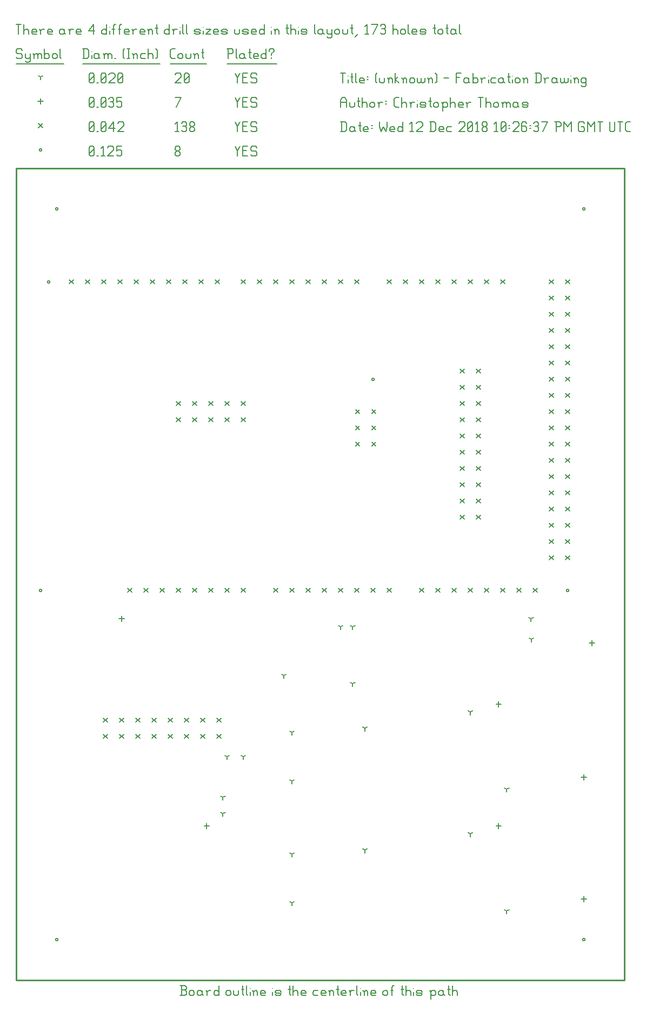
<source format=gbr>
G04 start of page 10 for group -3984 idx -3984 *
G04 Title: (unknown), fab *
G04 Creator: pcb 20140316 *
G04 CreationDate: Wed 12 Dec 2018 10:26:37 PM GMT UTC *
G04 For: thomasc *
G04 Format: Gerber/RS-274X *
G04 PCB-Dimensions (mil): 3750.00 5000.00 *
G04 PCB-Coordinate-Origin: lower left *
%MOIN*%
%FSLAX25Y25*%
%LNFAB*%
%ADD60C,0.0100*%
%ADD59C,0.0075*%
%ADD58C,0.0060*%
%ADD57R,0.0080X0.0080*%
G54D57*X349200Y25000D02*G75*G03X350800Y25000I800J0D01*G01*
G75*G03X349200Y25000I-800J0D01*G01*
Y475000D02*G75*G03X350800Y475000I800J0D01*G01*
G75*G03X349200Y475000I-800J0D01*G01*
X24200D02*G75*G03X25800Y475000I800J0D01*G01*
G75*G03X24200Y475000I-800J0D01*G01*
X14200Y240000D02*G75*G03X15800Y240000I800J0D01*G01*
G75*G03X14200Y240000I-800J0D01*G01*
X19200Y430000D02*G75*G03X20800Y430000I800J0D01*G01*
G75*G03X19200Y430000I-800J0D01*G01*
X219200Y370000D02*G75*G03X220800Y370000I800J0D01*G01*
G75*G03X219200Y370000I-800J0D01*G01*
X339200Y240000D02*G75*G03X340800Y240000I800J0D01*G01*
G75*G03X339200Y240000I-800J0D01*G01*
X24200Y25000D02*G75*G03X25800Y25000I800J0D01*G01*
G75*G03X24200Y25000I-800J0D01*G01*
X14200Y511250D02*G75*G03X15800Y511250I800J0D01*G01*
G75*G03X14200Y511250I-800J0D01*G01*
G54D58*X135000Y513500D02*X136500Y510500D01*
X138000Y513500D01*
X136500Y510500D02*Y507500D01*
X139800Y510800D02*X142050D01*
X139800Y507500D02*X142800D01*
X139800Y513500D02*Y507500D01*
Y513500D02*X142800D01*
X147600D02*X148350Y512750D01*
X145350Y513500D02*X147600D01*
X144600Y512750D02*X145350Y513500D01*
X144600Y512750D02*Y511250D01*
X145350Y510500D01*
X147600D01*
X148350Y509750D01*
Y508250D01*
X147600Y507500D02*X148350Y508250D01*
X145350Y507500D02*X147600D01*
X144600Y508250D02*X145350Y507500D01*
X98000Y508250D02*X98750Y507500D01*
X98000Y509450D02*Y508250D01*
Y509450D02*X99050Y510500D01*
X99950D01*
X101000Y509450D01*
Y508250D01*
X100250Y507500D02*X101000Y508250D01*
X98750Y507500D02*X100250D01*
X98000Y511550D02*X99050Y510500D01*
X98000Y512750D02*Y511550D01*
Y512750D02*X98750Y513500D01*
X100250D01*
X101000Y512750D01*
Y511550D01*
X99950Y510500D02*X101000Y511550D01*
X45000Y508250D02*X45750Y507500D01*
X45000Y512750D02*Y508250D01*
Y512750D02*X45750Y513500D01*
X47250D01*
X48000Y512750D01*
Y508250D01*
X47250Y507500D02*X48000Y508250D01*
X45750Y507500D02*X47250D01*
X45000Y509000D02*X48000Y512000D01*
X49800Y507500D02*X50550D01*
X52350Y512300D02*X53550Y513500D01*
Y507500D01*
X52350D02*X54600D01*
X56400Y512750D02*X57150Y513500D01*
X59400D01*
X60150Y512750D01*
Y511250D01*
X56400Y507500D02*X60150Y511250D01*
X56400Y507500D02*X60150D01*
X61950Y513500D02*X64950D01*
X61950D02*Y510500D01*
X62700Y511250D01*
X64200D01*
X64950Y510500D01*
Y508250D01*
X64200Y507500D02*X64950Y508250D01*
X62700Y507500D02*X64200D01*
X61950Y508250D02*X62700Y507500D01*
X298800Y431200D02*X301200Y428800D01*
X298800D02*X301200Y431200D01*
X258800D02*X261200Y428800D01*
X258800D02*X261200Y431200D01*
X268800D02*X271200Y428800D01*
X268800D02*X271200Y431200D01*
X278800D02*X281200Y428800D01*
X278800D02*X281200Y431200D01*
X288800D02*X291200Y428800D01*
X288800D02*X291200Y431200D01*
X248800D02*X251200Y428800D01*
X248800D02*X251200Y431200D01*
X238800D02*X241200Y428800D01*
X238800D02*X241200Y431200D01*
X228800D02*X231200Y428800D01*
X228800D02*X231200Y431200D01*
X208800D02*X211200Y428800D01*
X208800D02*X211200Y431200D01*
X168800D02*X171200Y428800D01*
X168800D02*X171200Y431200D01*
X178800D02*X181200Y428800D01*
X178800D02*X181200Y431200D01*
X188800D02*X191200Y428800D01*
X188800D02*X191200Y431200D01*
X198800D02*X201200Y428800D01*
X198800D02*X201200Y431200D01*
X158800D02*X161200Y428800D01*
X158800D02*X161200Y431200D01*
X148800D02*X151200Y428800D01*
X148800D02*X151200Y431200D01*
X138800D02*X141200Y428800D01*
X138800D02*X141200Y431200D01*
X32800D02*X35200Y428800D01*
X32800D02*X35200Y431200D01*
X72800D02*X75200Y428800D01*
X72800D02*X75200Y431200D01*
X62800D02*X65200Y428800D01*
X62800D02*X65200Y431200D01*
X52800D02*X55200Y428800D01*
X52800D02*X55200Y431200D01*
X42800D02*X45200Y428800D01*
X42800D02*X45200Y431200D01*
X82800D02*X85200Y428800D01*
X82800D02*X85200Y431200D01*
X92800D02*X95200Y428800D01*
X92800D02*X95200Y431200D01*
X102800D02*X105200Y428800D01*
X102800D02*X105200Y431200D01*
X112800D02*X115200Y428800D01*
X112800D02*X115200Y431200D01*
X122800D02*X125200Y428800D01*
X122800D02*X125200Y431200D01*
X248800Y241200D02*X251200Y238800D01*
X248800D02*X251200Y241200D01*
X288800D02*X291200Y238800D01*
X288800D02*X291200Y241200D01*
X278800D02*X281200Y238800D01*
X278800D02*X281200Y241200D01*
X268800D02*X271200Y238800D01*
X268800D02*X271200Y241200D01*
X258800D02*X261200Y238800D01*
X258800D02*X261200Y241200D01*
X298800D02*X301200Y238800D01*
X298800D02*X301200Y241200D01*
X308800D02*X311200Y238800D01*
X308800D02*X311200Y241200D01*
X318800D02*X321200Y238800D01*
X318800D02*X321200Y241200D01*
X158800D02*X161200Y238800D01*
X158800D02*X161200Y241200D01*
X198800D02*X201200Y238800D01*
X198800D02*X201200Y241200D01*
X188800D02*X191200Y238800D01*
X188800D02*X191200Y241200D01*
X178800D02*X181200Y238800D01*
X178800D02*X181200Y241200D01*
X168800D02*X171200Y238800D01*
X168800D02*X171200Y241200D01*
X208800D02*X211200Y238800D01*
X208800D02*X211200Y241200D01*
X218800D02*X221200Y238800D01*
X218800D02*X221200Y241200D01*
X228800D02*X231200Y238800D01*
X228800D02*X231200Y241200D01*
X68800D02*X71200Y238800D01*
X68800D02*X71200Y241200D01*
X108800D02*X111200Y238800D01*
X108800D02*X111200Y241200D01*
X98800D02*X101200Y238800D01*
X98800D02*X101200Y241200D01*
X88800D02*X91200Y238800D01*
X88800D02*X91200Y241200D01*
X78800D02*X81200Y238800D01*
X78800D02*X81200Y241200D01*
X118800D02*X121200Y238800D01*
X118800D02*X121200Y241200D01*
X128800D02*X131200Y238800D01*
X128800D02*X131200Y241200D01*
X138800D02*X141200Y238800D01*
X138800D02*X141200Y241200D01*
X219300Y351200D02*X221700Y348800D01*
X219300D02*X221700Y351200D01*
X219300Y341200D02*X221700Y338800D01*
X219300D02*X221700Y341200D01*
X219300Y331200D02*X221700Y328800D01*
X219300D02*X221700Y331200D01*
X209300Y351200D02*X211700Y348800D01*
X209300D02*X211700Y351200D01*
X209300Y341200D02*X211700Y338800D01*
X209300D02*X211700Y341200D01*
X209300Y331200D02*X211700Y328800D01*
X209300D02*X211700Y331200D01*
X328800Y431200D02*X331200Y428800D01*
X328800D02*X331200Y431200D01*
X338800Y421200D02*X341200Y418800D01*
X338800D02*X341200Y421200D01*
X328800D02*X331200Y418800D01*
X328800D02*X331200Y421200D01*
X338800Y411200D02*X341200Y408800D01*
X338800D02*X341200Y411200D01*
X328800D02*X331200Y408800D01*
X328800D02*X331200Y411200D01*
X338800Y401200D02*X341200Y398800D01*
X338800D02*X341200Y401200D01*
X328800D02*X331200Y398800D01*
X328800D02*X331200Y401200D01*
X338800Y391200D02*X341200Y388800D01*
X338800D02*X341200Y391200D01*
X328800D02*X331200Y388800D01*
X328800D02*X331200Y391200D01*
X338800Y381200D02*X341200Y378800D01*
X338800D02*X341200Y381200D01*
X328800D02*X331200Y378800D01*
X328800D02*X331200Y381200D01*
X338800Y371200D02*X341200Y368800D01*
X338800D02*X341200Y371200D01*
X328800D02*X331200Y368800D01*
X328800D02*X331200Y371200D01*
X338800Y361200D02*X341200Y358800D01*
X338800D02*X341200Y361200D01*
X328800D02*X331200Y358800D01*
X328800D02*X331200Y361200D01*
X338800Y351200D02*X341200Y348800D01*
X338800D02*X341200Y351200D01*
X328800D02*X331200Y348800D01*
X328800D02*X331200Y351200D01*
X338800Y341200D02*X341200Y338800D01*
X338800D02*X341200Y341200D01*
X328800D02*X331200Y338800D01*
X328800D02*X331200Y341200D01*
X338800Y331200D02*X341200Y328800D01*
X338800D02*X341200Y331200D01*
X328800D02*X331200Y328800D01*
X328800D02*X331200Y331200D01*
X338800Y321200D02*X341200Y318800D01*
X338800D02*X341200Y321200D01*
X328800D02*X331200Y318800D01*
X328800D02*X331200Y321200D01*
X338800Y311200D02*X341200Y308800D01*
X338800D02*X341200Y311200D01*
X328800D02*X331200Y308800D01*
X328800D02*X331200Y311200D01*
X338800Y301200D02*X341200Y298800D01*
X338800D02*X341200Y301200D01*
X328800D02*X331200Y298800D01*
X328800D02*X331200Y301200D01*
X338800Y291200D02*X341200Y288800D01*
X338800D02*X341200Y291200D01*
X328800D02*X331200Y288800D01*
X328800D02*X331200Y291200D01*
X338800Y281200D02*X341200Y278800D01*
X338800D02*X341200Y281200D01*
X328800D02*X331200Y278800D01*
X328800D02*X331200Y281200D01*
X338800Y271200D02*X341200Y268800D01*
X338800D02*X341200Y271200D01*
X328800D02*X331200Y268800D01*
X328800D02*X331200Y271200D01*
X338800Y261200D02*X341200Y258800D01*
X338800D02*X341200Y261200D01*
X328800D02*X331200Y258800D01*
X328800D02*X331200Y261200D01*
X338800Y431200D02*X341200Y428800D01*
X338800D02*X341200Y431200D01*
X273800Y286200D02*X276200Y283800D01*
X273800D02*X276200Y286200D01*
X283800D02*X286200Y283800D01*
X283800D02*X286200Y286200D01*
X273800Y296200D02*X276200Y293800D01*
X273800D02*X276200Y296200D01*
X283800D02*X286200Y293800D01*
X283800D02*X286200Y296200D01*
X273800Y306200D02*X276200Y303800D01*
X273800D02*X276200Y306200D01*
X283800D02*X286200Y303800D01*
X283800D02*X286200Y306200D01*
X273800Y316200D02*X276200Y313800D01*
X273800D02*X276200Y316200D01*
X283800D02*X286200Y313800D01*
X283800D02*X286200Y316200D01*
X273800Y326200D02*X276200Y323800D01*
X273800D02*X276200Y326200D01*
X283800D02*X286200Y323800D01*
X283800D02*X286200Y326200D01*
X273800Y336200D02*X276200Y333800D01*
X273800D02*X276200Y336200D01*
X283800D02*X286200Y333800D01*
X283800D02*X286200Y336200D01*
X273800Y346200D02*X276200Y343800D01*
X273800D02*X276200Y346200D01*
X283800D02*X286200Y343800D01*
X283800D02*X286200Y346200D01*
X273800Y356200D02*X276200Y353800D01*
X273800D02*X276200Y356200D01*
X283800D02*X286200Y353800D01*
X283800D02*X286200Y356200D01*
X273800Y366200D02*X276200Y363800D01*
X273800D02*X276200Y366200D01*
X283800D02*X286200Y363800D01*
X283800D02*X286200Y366200D01*
X273800Y376200D02*X276200Y373800D01*
X273800D02*X276200Y376200D01*
X283800D02*X286200Y373800D01*
X283800D02*X286200Y376200D01*
X138800Y346200D02*X141200Y343800D01*
X138800D02*X141200Y346200D01*
X138800Y356200D02*X141200Y353800D01*
X138800D02*X141200Y356200D01*
X128800Y346200D02*X131200Y343800D01*
X128800D02*X131200Y346200D01*
X128800Y356200D02*X131200Y353800D01*
X128800D02*X131200Y356200D01*
X118800Y346200D02*X121200Y343800D01*
X118800D02*X121200Y346200D01*
X118800Y356200D02*X121200Y353800D01*
X118800D02*X121200Y356200D01*
X108800Y346200D02*X111200Y343800D01*
X108800D02*X111200Y346200D01*
X108800Y356200D02*X111200Y353800D01*
X108800D02*X111200Y356200D01*
X98800Y346200D02*X101200Y343800D01*
X98800D02*X101200Y346200D01*
X98800Y356200D02*X101200Y353800D01*
X98800D02*X101200Y356200D01*
X53800Y161200D02*X56200Y158800D01*
X53800D02*X56200Y161200D01*
X53800Y151200D02*X56200Y148800D01*
X53800D02*X56200Y151200D01*
X63800Y161200D02*X66200Y158800D01*
X63800D02*X66200Y161200D01*
X63800Y151200D02*X66200Y148800D01*
X63800D02*X66200Y151200D01*
X73800Y161200D02*X76200Y158800D01*
X73800D02*X76200Y161200D01*
X73800Y151200D02*X76200Y148800D01*
X73800D02*X76200Y151200D01*
X83800Y161200D02*X86200Y158800D01*
X83800D02*X86200Y161200D01*
X83800Y151200D02*X86200Y148800D01*
X83800D02*X86200Y151200D01*
X93800Y161200D02*X96200Y158800D01*
X93800D02*X96200Y161200D01*
X93800Y151200D02*X96200Y148800D01*
X93800D02*X96200Y151200D01*
X103800Y161200D02*X106200Y158800D01*
X103800D02*X106200Y161200D01*
X103800Y151200D02*X106200Y148800D01*
X103800D02*X106200Y151200D01*
X113800Y161200D02*X116200Y158800D01*
X113800D02*X116200Y161200D01*
X113800Y151200D02*X116200Y148800D01*
X113800D02*X116200Y151200D01*
X123800Y161200D02*X126200Y158800D01*
X123800D02*X126200Y161200D01*
X123800Y151200D02*X126200Y148800D01*
X123800D02*X126200Y151200D01*
X13800Y527450D02*X16200Y525050D01*
X13800D02*X16200Y527450D01*
X135000Y528500D02*X136500Y525500D01*
X138000Y528500D01*
X136500Y525500D02*Y522500D01*
X139800Y525800D02*X142050D01*
X139800Y522500D02*X142800D01*
X139800Y528500D02*Y522500D01*
Y528500D02*X142800D01*
X147600D02*X148350Y527750D01*
X145350Y528500D02*X147600D01*
X144600Y527750D02*X145350Y528500D01*
X144600Y527750D02*Y526250D01*
X145350Y525500D01*
X147600D01*
X148350Y524750D01*
Y523250D01*
X147600Y522500D02*X148350Y523250D01*
X145350Y522500D02*X147600D01*
X144600Y523250D02*X145350Y522500D01*
X98000Y527300D02*X99200Y528500D01*
Y522500D01*
X98000D02*X100250D01*
X102050Y527750D02*X102800Y528500D01*
X104300D01*
X105050Y527750D01*
X104300Y522500D02*X105050Y523250D01*
X102800Y522500D02*X104300D01*
X102050Y523250D02*X102800Y522500D01*
Y525800D02*X104300D01*
X105050Y527750D02*Y526550D01*
Y525050D02*Y523250D01*
Y525050D02*X104300Y525800D01*
X105050Y526550D02*X104300Y525800D01*
X106850Y523250D02*X107600Y522500D01*
X106850Y524450D02*Y523250D01*
Y524450D02*X107900Y525500D01*
X108800D01*
X109850Y524450D01*
Y523250D01*
X109100Y522500D02*X109850Y523250D01*
X107600Y522500D02*X109100D01*
X106850Y526550D02*X107900Y525500D01*
X106850Y527750D02*Y526550D01*
Y527750D02*X107600Y528500D01*
X109100D01*
X109850Y527750D01*
Y526550D01*
X108800Y525500D02*X109850Y526550D01*
X45000Y523250D02*X45750Y522500D01*
X45000Y527750D02*Y523250D01*
Y527750D02*X45750Y528500D01*
X47250D01*
X48000Y527750D01*
Y523250D01*
X47250Y522500D02*X48000Y523250D01*
X45750Y522500D02*X47250D01*
X45000Y524000D02*X48000Y527000D01*
X49800Y522500D02*X50550D01*
X52350Y523250D02*X53100Y522500D01*
X52350Y527750D02*Y523250D01*
Y527750D02*X53100Y528500D01*
X54600D01*
X55350Y527750D01*
Y523250D01*
X54600Y522500D02*X55350Y523250D01*
X53100Y522500D02*X54600D01*
X52350Y524000D02*X55350Y527000D01*
X57150Y524750D02*X60150Y528500D01*
X57150Y524750D02*X60900D01*
X60150Y528500D02*Y522500D01*
X62700Y527750D02*X63450Y528500D01*
X65700D01*
X66450Y527750D01*
Y526250D01*
X62700Y522500D02*X66450Y526250D01*
X62700Y522500D02*X66450D01*
X297500Y96600D02*Y93400D01*
X295900Y95000D02*X299100D01*
X350000Y51600D02*Y48400D01*
X348400Y50000D02*X351600D01*
X117500Y96600D02*Y93400D01*
X115900Y95000D02*X119100D01*
X297500Y171600D02*Y168400D01*
X295900Y170000D02*X299100D01*
X350000Y126600D02*Y123400D01*
X348400Y125000D02*X351600D01*
X355000Y209100D02*Y205900D01*
X353400Y207500D02*X356600D01*
X65000Y224100D02*Y220900D01*
X63400Y222500D02*X66600D01*
X15000Y542850D02*Y539650D01*
X13400Y541250D02*X16600D01*
X135000Y543500D02*X136500Y540500D01*
X138000Y543500D01*
X136500Y540500D02*Y537500D01*
X139800Y540800D02*X142050D01*
X139800Y537500D02*X142800D01*
X139800Y543500D02*Y537500D01*
Y543500D02*X142800D01*
X147600D02*X148350Y542750D01*
X145350Y543500D02*X147600D01*
X144600Y542750D02*X145350Y543500D01*
X144600Y542750D02*Y541250D01*
X145350Y540500D01*
X147600D01*
X148350Y539750D01*
Y538250D01*
X147600Y537500D02*X148350Y538250D01*
X145350Y537500D02*X147600D01*
X144600Y538250D02*X145350Y537500D01*
X98750D02*X101750Y543500D01*
X98000D02*X101750D01*
X45000Y538250D02*X45750Y537500D01*
X45000Y542750D02*Y538250D01*
Y542750D02*X45750Y543500D01*
X47250D01*
X48000Y542750D01*
Y538250D01*
X47250Y537500D02*X48000Y538250D01*
X45750Y537500D02*X47250D01*
X45000Y539000D02*X48000Y542000D01*
X49800Y537500D02*X50550D01*
X52350Y538250D02*X53100Y537500D01*
X52350Y542750D02*Y538250D01*
Y542750D02*X53100Y543500D01*
X54600D01*
X55350Y542750D01*
Y538250D01*
X54600Y537500D02*X55350Y538250D01*
X53100Y537500D02*X54600D01*
X52350Y539000D02*X55350Y542000D01*
X57150Y542750D02*X57900Y543500D01*
X59400D01*
X60150Y542750D01*
X59400Y537500D02*X60150Y538250D01*
X57900Y537500D02*X59400D01*
X57150Y538250D02*X57900Y537500D01*
Y540800D02*X59400D01*
X60150Y542750D02*Y541550D01*
Y540050D02*Y538250D01*
Y540050D02*X59400Y540800D01*
X60150Y541550D02*X59400Y540800D01*
X61950Y543500D02*X64950D01*
X61950D02*Y540500D01*
X62700Y541250D01*
X64200D01*
X64950Y540500D01*
Y538250D01*
X64200Y537500D02*X64950Y538250D01*
X62700Y537500D02*X64200D01*
X61950Y538250D02*X62700Y537500D01*
X170000Y77500D02*Y75900D01*
Y77500D02*X171387Y78300D01*
X170000Y77500D02*X168613Y78300D01*
X170000Y47500D02*Y45900D01*
Y47500D02*X171387Y48300D01*
X170000Y47500D02*X168613Y48300D01*
X280000Y90000D02*Y88400D01*
Y90000D02*X281387Y90800D01*
X280000Y90000D02*X278613Y90800D01*
X302500Y42500D02*Y40900D01*
Y42500D02*X303887Y43300D01*
X302500Y42500D02*X301113Y43300D01*
X215000Y80000D02*Y78400D01*
Y80000D02*X216387Y80800D01*
X215000Y80000D02*X213613Y80800D01*
X170000Y152500D02*Y150900D01*
Y152500D02*X171387Y153300D01*
X170000Y152500D02*X168613Y153300D01*
X170000Y122500D02*Y120900D01*
Y122500D02*X171387Y123300D01*
X170000Y122500D02*X168613Y123300D01*
X280000Y165000D02*Y163400D01*
Y165000D02*X281387Y165800D01*
X280000Y165000D02*X278613Y165800D01*
X302500Y117500D02*Y115900D01*
Y117500D02*X303887Y118300D01*
X302500Y117500D02*X301113Y118300D01*
X215000Y155000D02*Y153400D01*
Y155000D02*X216387Y155800D01*
X215000Y155000D02*X213613Y155800D01*
X127500Y102500D02*Y100900D01*
Y102500D02*X128887Y103300D01*
X127500Y102500D02*X126113Y103300D01*
X127500Y112500D02*Y110900D01*
Y112500D02*X128887Y113300D01*
X127500Y112500D02*X126113Y113300D01*
X140000Y137500D02*Y135900D01*
Y137500D02*X141387Y138300D01*
X140000Y137500D02*X138613Y138300D01*
X130000Y137500D02*Y135900D01*
Y137500D02*X131387Y138300D01*
X130000Y137500D02*X128613Y138300D01*
X165000Y187500D02*Y185900D01*
Y187500D02*X166387Y188300D01*
X165000Y187500D02*X163613Y188300D01*
X207500Y182500D02*Y180900D01*
Y182500D02*X208887Y183300D01*
X207500Y182500D02*X206113Y183300D01*
X317500Y222500D02*Y220900D01*
Y222500D02*X318887Y223300D01*
X317500Y222500D02*X316113Y223300D01*
X317674Y209826D02*Y208226D01*
Y209826D02*X319061Y210626D01*
X317674Y209826D02*X316288Y210626D01*
X207500Y217500D02*Y215900D01*
Y217500D02*X208887Y218300D01*
X207500Y217500D02*X206113Y218300D01*
X200000Y217500D02*Y215900D01*
Y217500D02*X201387Y218300D01*
X200000Y217500D02*X198613Y218300D01*
X15000Y556250D02*Y554650D01*
Y556250D02*X16387Y557050D01*
X15000Y556250D02*X13613Y557050D01*
X135000Y558500D02*X136500Y555500D01*
X138000Y558500D01*
X136500Y555500D02*Y552500D01*
X139800Y555800D02*X142050D01*
X139800Y552500D02*X142800D01*
X139800Y558500D02*Y552500D01*
Y558500D02*X142800D01*
X147600D02*X148350Y557750D01*
X145350Y558500D02*X147600D01*
X144600Y557750D02*X145350Y558500D01*
X144600Y557750D02*Y556250D01*
X145350Y555500D01*
X147600D01*
X148350Y554750D01*
Y553250D01*
X147600Y552500D02*X148350Y553250D01*
X145350Y552500D02*X147600D01*
X144600Y553250D02*X145350Y552500D01*
X98000Y557750D02*X98750Y558500D01*
X101000D01*
X101750Y557750D01*
Y556250D01*
X98000Y552500D02*X101750Y556250D01*
X98000Y552500D02*X101750D01*
X103550Y553250D02*X104300Y552500D01*
X103550Y557750D02*Y553250D01*
Y557750D02*X104300Y558500D01*
X105800D01*
X106550Y557750D01*
Y553250D01*
X105800Y552500D02*X106550Y553250D01*
X104300Y552500D02*X105800D01*
X103550Y554000D02*X106550Y557000D01*
X45000Y553250D02*X45750Y552500D01*
X45000Y557750D02*Y553250D01*
Y557750D02*X45750Y558500D01*
X47250D01*
X48000Y557750D01*
Y553250D01*
X47250Y552500D02*X48000Y553250D01*
X45750Y552500D02*X47250D01*
X45000Y554000D02*X48000Y557000D01*
X49800Y552500D02*X50550D01*
X52350Y553250D02*X53100Y552500D01*
X52350Y557750D02*Y553250D01*
Y557750D02*X53100Y558500D01*
X54600D01*
X55350Y557750D01*
Y553250D01*
X54600Y552500D02*X55350Y553250D01*
X53100Y552500D02*X54600D01*
X52350Y554000D02*X55350Y557000D01*
X57150Y557750D02*X57900Y558500D01*
X60150D01*
X60900Y557750D01*
Y556250D01*
X57150Y552500D02*X60900Y556250D01*
X57150Y552500D02*X60900D01*
X62700Y553250D02*X63450Y552500D01*
X62700Y557750D02*Y553250D01*
Y557750D02*X63450Y558500D01*
X64950D01*
X65700Y557750D01*
Y553250D01*
X64950Y552500D02*X65700Y553250D01*
X63450Y552500D02*X64950D01*
X62700Y554000D02*X65700Y557000D01*
X3000Y573500D02*X3750Y572750D01*
X750Y573500D02*X3000D01*
X0Y572750D02*X750Y573500D01*
X0Y572750D02*Y571250D01*
X750Y570500D01*
X3000D01*
X3750Y569750D01*
Y568250D01*
X3000Y567500D02*X3750Y568250D01*
X750Y567500D02*X3000D01*
X0Y568250D02*X750Y567500D01*
X5550Y570500D02*Y568250D01*
X6300Y567500D01*
X8550Y570500D02*Y566000D01*
X7800Y565250D02*X8550Y566000D01*
X6300Y565250D02*X7800D01*
X5550Y566000D02*X6300Y565250D01*
Y567500D02*X7800D01*
X8550Y568250D01*
X11100Y569750D02*Y567500D01*
Y569750D02*X11850Y570500D01*
X12600D01*
X13350Y569750D01*
Y567500D01*
Y569750D02*X14100Y570500D01*
X14850D01*
X15600Y569750D01*
Y567500D01*
X10350Y570500D02*X11100Y569750D01*
X17400Y573500D02*Y567500D01*
Y568250D02*X18150Y567500D01*
X19650D01*
X20400Y568250D01*
Y569750D02*Y568250D01*
X19650Y570500D02*X20400Y569750D01*
X18150Y570500D02*X19650D01*
X17400Y569750D02*X18150Y570500D01*
X22200Y569750D02*Y568250D01*
Y569750D02*X22950Y570500D01*
X24450D01*
X25200Y569750D01*
Y568250D01*
X24450Y567500D02*X25200Y568250D01*
X22950Y567500D02*X24450D01*
X22200Y568250D02*X22950Y567500D01*
X27000Y573500D02*Y568250D01*
X27750Y567500D01*
X0Y564250D02*X29250D01*
X41750Y573500D02*Y567500D01*
X43700Y573500D02*X44750Y572450D01*
Y568550D01*
X43700Y567500D02*X44750Y568550D01*
X41000Y567500D02*X43700D01*
X41000Y573500D02*X43700D01*
G54D59*X46550Y572000D02*Y571850D01*
G54D58*Y569750D02*Y567500D01*
X50300Y570500D02*X51050Y569750D01*
X48800Y570500D02*X50300D01*
X48050Y569750D02*X48800Y570500D01*
X48050Y569750D02*Y568250D01*
X48800Y567500D01*
X51050Y570500D02*Y568250D01*
X51800Y567500D01*
X48800D02*X50300D01*
X51050Y568250D01*
X54350Y569750D02*Y567500D01*
Y569750D02*X55100Y570500D01*
X55850D01*
X56600Y569750D01*
Y567500D01*
Y569750D02*X57350Y570500D01*
X58100D01*
X58850Y569750D01*
Y567500D01*
X53600Y570500D02*X54350Y569750D01*
X60650Y567500D02*X61400D01*
X65900Y568250D02*X66650Y567500D01*
X65900Y572750D02*X66650Y573500D01*
X65900Y572750D02*Y568250D01*
X68450Y573500D02*X69950D01*
X69200D02*Y567500D01*
X68450D02*X69950D01*
X72500Y569750D02*Y567500D01*
Y569750D02*X73250Y570500D01*
X74000D01*
X74750Y569750D01*
Y567500D01*
X71750Y570500D02*X72500Y569750D01*
X77300Y570500D02*X79550D01*
X76550Y569750D02*X77300Y570500D01*
X76550Y569750D02*Y568250D01*
X77300Y567500D01*
X79550D01*
X81350Y573500D02*Y567500D01*
Y569750D02*X82100Y570500D01*
X83600D01*
X84350Y569750D01*
Y567500D01*
X86150Y573500D02*X86900Y572750D01*
Y568250D01*
X86150Y567500D02*X86900Y568250D01*
X41000Y564250D02*X88700D01*
X96050Y567500D02*X98000D01*
X95000Y568550D02*X96050Y567500D01*
X95000Y572450D02*Y568550D01*
Y572450D02*X96050Y573500D01*
X98000D01*
X99800Y569750D02*Y568250D01*
Y569750D02*X100550Y570500D01*
X102050D01*
X102800Y569750D01*
Y568250D01*
X102050Y567500D02*X102800Y568250D01*
X100550Y567500D02*X102050D01*
X99800Y568250D02*X100550Y567500D01*
X104600Y570500D02*Y568250D01*
X105350Y567500D01*
X106850D01*
X107600Y568250D01*
Y570500D02*Y568250D01*
X110150Y569750D02*Y567500D01*
Y569750D02*X110900Y570500D01*
X111650D01*
X112400Y569750D01*
Y567500D01*
X109400Y570500D02*X110150Y569750D01*
X114950Y573500D02*Y568250D01*
X115700Y567500D01*
X114200Y571250D02*X115700D01*
X95000Y564250D02*X117200D01*
X130750Y573500D02*Y567500D01*
X130000Y573500D02*X133000D01*
X133750Y572750D01*
Y571250D01*
X133000Y570500D02*X133750Y571250D01*
X130750Y570500D02*X133000D01*
X135550Y573500D02*Y568250D01*
X136300Y567500D01*
X140050Y570500D02*X140800Y569750D01*
X138550Y570500D02*X140050D01*
X137800Y569750D02*X138550Y570500D01*
X137800Y569750D02*Y568250D01*
X138550Y567500D01*
X140800Y570500D02*Y568250D01*
X141550Y567500D01*
X138550D02*X140050D01*
X140800Y568250D01*
X144100Y573500D02*Y568250D01*
X144850Y567500D01*
X143350Y571250D02*X144850D01*
X147100Y567500D02*X149350D01*
X146350Y568250D02*X147100Y567500D01*
X146350Y569750D02*Y568250D01*
Y569750D02*X147100Y570500D01*
X148600D01*
X149350Y569750D01*
X146350Y569000D02*X149350D01*
Y569750D02*Y569000D01*
X154150Y573500D02*Y567500D01*
X153400D02*X154150Y568250D01*
X151900Y567500D02*X153400D01*
X151150Y568250D02*X151900Y567500D01*
X151150Y569750D02*Y568250D01*
Y569750D02*X151900Y570500D01*
X153400D01*
X154150Y569750D01*
X157450Y570500D02*Y569750D01*
Y568250D02*Y567500D01*
X155950Y572750D02*Y572000D01*
Y572750D02*X156700Y573500D01*
X158200D01*
X158950Y572750D01*
Y572000D01*
X157450Y570500D02*X158950Y572000D01*
X130000Y564250D02*X160750D01*
X0Y588500D02*X3000D01*
X1500D02*Y582500D01*
X4800Y588500D02*Y582500D01*
Y584750D02*X5550Y585500D01*
X7050D01*
X7800Y584750D01*
Y582500D01*
X10350D02*X12600D01*
X9600Y583250D02*X10350Y582500D01*
X9600Y584750D02*Y583250D01*
Y584750D02*X10350Y585500D01*
X11850D01*
X12600Y584750D01*
X9600Y584000D02*X12600D01*
Y584750D02*Y584000D01*
X15150Y584750D02*Y582500D01*
Y584750D02*X15900Y585500D01*
X17400D01*
X14400D02*X15150Y584750D01*
X19950Y582500D02*X22200D01*
X19200Y583250D02*X19950Y582500D01*
X19200Y584750D02*Y583250D01*
Y584750D02*X19950Y585500D01*
X21450D01*
X22200Y584750D01*
X19200Y584000D02*X22200D01*
Y584750D02*Y584000D01*
X28950Y585500D02*X29700Y584750D01*
X27450Y585500D02*X28950D01*
X26700Y584750D02*X27450Y585500D01*
X26700Y584750D02*Y583250D01*
X27450Y582500D01*
X29700Y585500D02*Y583250D01*
X30450Y582500D01*
X27450D02*X28950D01*
X29700Y583250D01*
X33000Y584750D02*Y582500D01*
Y584750D02*X33750Y585500D01*
X35250D01*
X32250D02*X33000Y584750D01*
X37800Y582500D02*X40050D01*
X37050Y583250D02*X37800Y582500D01*
X37050Y584750D02*Y583250D01*
Y584750D02*X37800Y585500D01*
X39300D01*
X40050Y584750D01*
X37050Y584000D02*X40050D01*
Y584750D02*Y584000D01*
X44550Y584750D02*X47550Y588500D01*
X44550Y584750D02*X48300D01*
X47550Y588500D02*Y582500D01*
X55800Y588500D02*Y582500D01*
X55050D02*X55800Y583250D01*
X53550Y582500D02*X55050D01*
X52800Y583250D02*X53550Y582500D01*
X52800Y584750D02*Y583250D01*
Y584750D02*X53550Y585500D01*
X55050D01*
X55800Y584750D01*
G54D59*X57600Y587000D02*Y586850D01*
G54D58*Y584750D02*Y582500D01*
X59850Y587750D02*Y582500D01*
Y587750D02*X60600Y588500D01*
X61350D01*
X59100Y585500D02*X60600D01*
X63600Y587750D02*Y582500D01*
Y587750D02*X64350Y588500D01*
X65100D01*
X62850Y585500D02*X64350D01*
X67350Y582500D02*X69600D01*
X66600Y583250D02*X67350Y582500D01*
X66600Y584750D02*Y583250D01*
Y584750D02*X67350Y585500D01*
X68850D01*
X69600Y584750D01*
X66600Y584000D02*X69600D01*
Y584750D02*Y584000D01*
X72150Y584750D02*Y582500D01*
Y584750D02*X72900Y585500D01*
X74400D01*
X71400D02*X72150Y584750D01*
X76950Y582500D02*X79200D01*
X76200Y583250D02*X76950Y582500D01*
X76200Y584750D02*Y583250D01*
Y584750D02*X76950Y585500D01*
X78450D01*
X79200Y584750D01*
X76200Y584000D02*X79200D01*
Y584750D02*Y584000D01*
X81750Y584750D02*Y582500D01*
Y584750D02*X82500Y585500D01*
X83250D01*
X84000Y584750D01*
Y582500D01*
X81000Y585500D02*X81750Y584750D01*
X86550Y588500D02*Y583250D01*
X87300Y582500D01*
X85800Y586250D02*X87300D01*
X94500Y588500D02*Y582500D01*
X93750D02*X94500Y583250D01*
X92250Y582500D02*X93750D01*
X91500Y583250D02*X92250Y582500D01*
X91500Y584750D02*Y583250D01*
Y584750D02*X92250Y585500D01*
X93750D01*
X94500Y584750D01*
X97050D02*Y582500D01*
Y584750D02*X97800Y585500D01*
X99300D01*
X96300D02*X97050Y584750D01*
G54D59*X101100Y587000D02*Y586850D01*
G54D58*Y584750D02*Y582500D01*
X102600Y588500D02*Y583250D01*
X103350Y582500D01*
X104850Y588500D02*Y583250D01*
X105600Y582500D01*
X110550D02*X112800D01*
X113550Y583250D01*
X112800Y584000D02*X113550Y583250D01*
X110550Y584000D02*X112800D01*
X109800Y584750D02*X110550Y584000D01*
X109800Y584750D02*X110550Y585500D01*
X112800D01*
X113550Y584750D01*
X109800Y583250D02*X110550Y582500D01*
G54D59*X115350Y587000D02*Y586850D01*
G54D58*Y584750D02*Y582500D01*
X116850Y585500D02*X119850D01*
X116850Y582500D02*X119850Y585500D01*
X116850Y582500D02*X119850D01*
X122400D02*X124650D01*
X121650Y583250D02*X122400Y582500D01*
X121650Y584750D02*Y583250D01*
Y584750D02*X122400Y585500D01*
X123900D01*
X124650Y584750D01*
X121650Y584000D02*X124650D01*
Y584750D02*Y584000D01*
X127200Y582500D02*X129450D01*
X130200Y583250D01*
X129450Y584000D02*X130200Y583250D01*
X127200Y584000D02*X129450D01*
X126450Y584750D02*X127200Y584000D01*
X126450Y584750D02*X127200Y585500D01*
X129450D01*
X130200Y584750D01*
X126450Y583250D02*X127200Y582500D01*
X134700Y585500D02*Y583250D01*
X135450Y582500D01*
X136950D01*
X137700Y583250D01*
Y585500D02*Y583250D01*
X140250Y582500D02*X142500D01*
X143250Y583250D01*
X142500Y584000D02*X143250Y583250D01*
X140250Y584000D02*X142500D01*
X139500Y584750D02*X140250Y584000D01*
X139500Y584750D02*X140250Y585500D01*
X142500D01*
X143250Y584750D01*
X139500Y583250D02*X140250Y582500D01*
X145800D02*X148050D01*
X145050Y583250D02*X145800Y582500D01*
X145050Y584750D02*Y583250D01*
Y584750D02*X145800Y585500D01*
X147300D01*
X148050Y584750D01*
X145050Y584000D02*X148050D01*
Y584750D02*Y584000D01*
X152850Y588500D02*Y582500D01*
X152100D02*X152850Y583250D01*
X150600Y582500D02*X152100D01*
X149850Y583250D02*X150600Y582500D01*
X149850Y584750D02*Y583250D01*
Y584750D02*X150600Y585500D01*
X152100D01*
X152850Y584750D01*
G54D59*X157350Y587000D02*Y586850D01*
G54D58*Y584750D02*Y582500D01*
X159600Y584750D02*Y582500D01*
Y584750D02*X160350Y585500D01*
X161100D01*
X161850Y584750D01*
Y582500D01*
X158850Y585500D02*X159600Y584750D01*
X167100Y588500D02*Y583250D01*
X167850Y582500D01*
X166350Y586250D02*X167850D01*
X169350Y588500D02*Y582500D01*
Y584750D02*X170100Y585500D01*
X171600D01*
X172350Y584750D01*
Y582500D01*
G54D59*X174150Y587000D02*Y586850D01*
G54D58*Y584750D02*Y582500D01*
X176400D02*X178650D01*
X179400Y583250D01*
X178650Y584000D02*X179400Y583250D01*
X176400Y584000D02*X178650D01*
X175650Y584750D02*X176400Y584000D01*
X175650Y584750D02*X176400Y585500D01*
X178650D01*
X179400Y584750D01*
X175650Y583250D02*X176400Y582500D01*
X183900Y588500D02*Y583250D01*
X184650Y582500D01*
X188400Y585500D02*X189150Y584750D01*
X186900Y585500D02*X188400D01*
X186150Y584750D02*X186900Y585500D01*
X186150Y584750D02*Y583250D01*
X186900Y582500D01*
X189150Y585500D02*Y583250D01*
X189900Y582500D01*
X186900D02*X188400D01*
X189150Y583250D01*
X191700Y585500D02*Y583250D01*
X192450Y582500D01*
X194700Y585500D02*Y581000D01*
X193950Y580250D02*X194700Y581000D01*
X192450Y580250D02*X193950D01*
X191700Y581000D02*X192450Y580250D01*
Y582500D02*X193950D01*
X194700Y583250D01*
X196500Y584750D02*Y583250D01*
Y584750D02*X197250Y585500D01*
X198750D01*
X199500Y584750D01*
Y583250D01*
X198750Y582500D02*X199500Y583250D01*
X197250Y582500D02*X198750D01*
X196500Y583250D02*X197250Y582500D01*
X201300Y585500D02*Y583250D01*
X202050Y582500D01*
X203550D01*
X204300Y583250D01*
Y585500D02*Y583250D01*
X206850Y588500D02*Y583250D01*
X207600Y582500D01*
X206100Y586250D02*X207600D01*
X209100Y581000D02*X210600Y582500D01*
X215100Y587300D02*X216300Y588500D01*
Y582500D01*
X215100D02*X217350D01*
X219900D02*X222900Y588500D01*
X219150D02*X222900D01*
X224700Y587750D02*X225450Y588500D01*
X226950D01*
X227700Y587750D01*
X226950Y582500D02*X227700Y583250D01*
X225450Y582500D02*X226950D01*
X224700Y583250D02*X225450Y582500D01*
Y585800D02*X226950D01*
X227700Y587750D02*Y586550D01*
Y585050D02*Y583250D01*
Y585050D02*X226950Y585800D01*
X227700Y586550D02*X226950Y585800D01*
X232200Y588500D02*Y582500D01*
Y584750D02*X232950Y585500D01*
X234450D01*
X235200Y584750D01*
Y582500D01*
X237000Y584750D02*Y583250D01*
Y584750D02*X237750Y585500D01*
X239250D01*
X240000Y584750D01*
Y583250D01*
X239250Y582500D02*X240000Y583250D01*
X237750Y582500D02*X239250D01*
X237000Y583250D02*X237750Y582500D01*
X241800Y588500D02*Y583250D01*
X242550Y582500D01*
X244800D02*X247050D01*
X244050Y583250D02*X244800Y582500D01*
X244050Y584750D02*Y583250D01*
Y584750D02*X244800Y585500D01*
X246300D01*
X247050Y584750D01*
X244050Y584000D02*X247050D01*
Y584750D02*Y584000D01*
X249600Y582500D02*X251850D01*
X252600Y583250D01*
X251850Y584000D02*X252600Y583250D01*
X249600Y584000D02*X251850D01*
X248850Y584750D02*X249600Y584000D01*
X248850Y584750D02*X249600Y585500D01*
X251850D01*
X252600Y584750D01*
X248850Y583250D02*X249600Y582500D01*
X257850Y588500D02*Y583250D01*
X258600Y582500D01*
X257100Y586250D02*X258600D01*
X260100Y584750D02*Y583250D01*
Y584750D02*X260850Y585500D01*
X262350D01*
X263100Y584750D01*
Y583250D01*
X262350Y582500D02*X263100Y583250D01*
X260850Y582500D02*X262350D01*
X260100Y583250D02*X260850Y582500D01*
X265650Y588500D02*Y583250D01*
X266400Y582500D01*
X264900Y586250D02*X266400D01*
X270150Y585500D02*X270900Y584750D01*
X268650Y585500D02*X270150D01*
X267900Y584750D02*X268650Y585500D01*
X267900Y584750D02*Y583250D01*
X268650Y582500D01*
X270900Y585500D02*Y583250D01*
X271650Y582500D01*
X268650D02*X270150D01*
X270900Y583250D01*
X273450Y588500D02*Y583250D01*
X274200Y582500D01*
G54D60*X0Y500000D02*X375000D01*
Y0D02*X0D01*
Y500000D01*
X375000Y0D02*Y500000D01*
G54D58*X101175Y-9500D02*X104175D01*
X104925Y-8750D01*
Y-6950D02*Y-8750D01*
X104175Y-6200D02*X104925Y-6950D01*
X101925Y-6200D02*X104175D01*
X101925Y-3500D02*Y-9500D01*
X101175Y-3500D02*X104175D01*
X104925Y-4250D01*
Y-5450D01*
X104175Y-6200D02*X104925Y-5450D01*
X106725Y-7250D02*Y-8750D01*
Y-7250D02*X107475Y-6500D01*
X108975D01*
X109725Y-7250D01*
Y-8750D01*
X108975Y-9500D02*X109725Y-8750D01*
X107475Y-9500D02*X108975D01*
X106725Y-8750D02*X107475Y-9500D01*
X113775Y-6500D02*X114525Y-7250D01*
X112275Y-6500D02*X113775D01*
X111525Y-7250D02*X112275Y-6500D01*
X111525Y-7250D02*Y-8750D01*
X112275Y-9500D01*
X114525Y-6500D02*Y-8750D01*
X115275Y-9500D01*
X112275D02*X113775D01*
X114525Y-8750D01*
X117825Y-7250D02*Y-9500D01*
Y-7250D02*X118575Y-6500D01*
X120075D01*
X117075D02*X117825Y-7250D01*
X124875Y-3500D02*Y-9500D01*
X124125D02*X124875Y-8750D01*
X122625Y-9500D02*X124125D01*
X121875Y-8750D02*X122625Y-9500D01*
X121875Y-7250D02*Y-8750D01*
Y-7250D02*X122625Y-6500D01*
X124125D01*
X124875Y-7250D01*
X129375D02*Y-8750D01*
Y-7250D02*X130125Y-6500D01*
X131625D01*
X132375Y-7250D01*
Y-8750D01*
X131625Y-9500D02*X132375Y-8750D01*
X130125Y-9500D02*X131625D01*
X129375Y-8750D02*X130125Y-9500D01*
X134175Y-6500D02*Y-8750D01*
X134925Y-9500D01*
X136425D01*
X137175Y-8750D01*
Y-6500D02*Y-8750D01*
X139725Y-3500D02*Y-8750D01*
X140475Y-9500D01*
X138975Y-5750D02*X140475D01*
X141975Y-3500D02*Y-8750D01*
X142725Y-9500D01*
G54D59*X144225Y-5000D02*Y-5150D01*
G54D58*Y-7250D02*Y-9500D01*
X146475Y-7250D02*Y-9500D01*
Y-7250D02*X147225Y-6500D01*
X147975D01*
X148725Y-7250D01*
Y-9500D01*
X145725Y-6500D02*X146475Y-7250D01*
X151275Y-9500D02*X153525D01*
X150525Y-8750D02*X151275Y-9500D01*
X150525Y-7250D02*Y-8750D01*
Y-7250D02*X151275Y-6500D01*
X152775D01*
X153525Y-7250D01*
X150525Y-8000D02*X153525D01*
Y-7250D02*Y-8000D01*
G54D59*X158025Y-5000D02*Y-5150D01*
G54D58*Y-7250D02*Y-9500D01*
X160275D02*X162525D01*
X163275Y-8750D01*
X162525Y-8000D02*X163275Y-8750D01*
X160275Y-8000D02*X162525D01*
X159525Y-7250D02*X160275Y-8000D01*
X159525Y-7250D02*X160275Y-6500D01*
X162525D01*
X163275Y-7250D01*
X159525Y-8750D02*X160275Y-9500D01*
X168525Y-3500D02*Y-8750D01*
X169275Y-9500D01*
X167775Y-5750D02*X169275D01*
X170775Y-3500D02*Y-9500D01*
Y-7250D02*X171525Y-6500D01*
X173025D01*
X173775Y-7250D01*
Y-9500D01*
X176325D02*X178575D01*
X175575Y-8750D02*X176325Y-9500D01*
X175575Y-7250D02*Y-8750D01*
Y-7250D02*X176325Y-6500D01*
X177825D01*
X178575Y-7250D01*
X175575Y-8000D02*X178575D01*
Y-7250D02*Y-8000D01*
X183825Y-6500D02*X186075D01*
X183075Y-7250D02*X183825Y-6500D01*
X183075Y-7250D02*Y-8750D01*
X183825Y-9500D01*
X186075D01*
X188625D02*X190875D01*
X187875Y-8750D02*X188625Y-9500D01*
X187875Y-7250D02*Y-8750D01*
Y-7250D02*X188625Y-6500D01*
X190125D01*
X190875Y-7250D01*
X187875Y-8000D02*X190875D01*
Y-7250D02*Y-8000D01*
X193425Y-7250D02*Y-9500D01*
Y-7250D02*X194175Y-6500D01*
X194925D01*
X195675Y-7250D01*
Y-9500D01*
X192675Y-6500D02*X193425Y-7250D01*
X198225Y-3500D02*Y-8750D01*
X198975Y-9500D01*
X197475Y-5750D02*X198975D01*
X201225Y-9500D02*X203475D01*
X200475Y-8750D02*X201225Y-9500D01*
X200475Y-7250D02*Y-8750D01*
Y-7250D02*X201225Y-6500D01*
X202725D01*
X203475Y-7250D01*
X200475Y-8000D02*X203475D01*
Y-7250D02*Y-8000D01*
X206025Y-7250D02*Y-9500D01*
Y-7250D02*X206775Y-6500D01*
X208275D01*
X205275D02*X206025Y-7250D01*
X210075Y-3500D02*Y-8750D01*
X210825Y-9500D01*
G54D59*X212325Y-5000D02*Y-5150D01*
G54D58*Y-7250D02*Y-9500D01*
X214575Y-7250D02*Y-9500D01*
Y-7250D02*X215325Y-6500D01*
X216075D01*
X216825Y-7250D01*
Y-9500D01*
X213825Y-6500D02*X214575Y-7250D01*
X219375Y-9500D02*X221625D01*
X218625Y-8750D02*X219375Y-9500D01*
X218625Y-7250D02*Y-8750D01*
Y-7250D02*X219375Y-6500D01*
X220875D01*
X221625Y-7250D01*
X218625Y-8000D02*X221625D01*
Y-7250D02*Y-8000D01*
X226125Y-7250D02*Y-8750D01*
Y-7250D02*X226875Y-6500D01*
X228375D01*
X229125Y-7250D01*
Y-8750D01*
X228375Y-9500D02*X229125Y-8750D01*
X226875Y-9500D02*X228375D01*
X226125Y-8750D02*X226875Y-9500D01*
X231675Y-4250D02*Y-9500D01*
Y-4250D02*X232425Y-3500D01*
X233175D01*
X230925Y-6500D02*X232425D01*
X238125Y-3500D02*Y-8750D01*
X238875Y-9500D01*
X237375Y-5750D02*X238875D01*
X240375Y-3500D02*Y-9500D01*
Y-7250D02*X241125Y-6500D01*
X242625D01*
X243375Y-7250D01*
Y-9500D01*
G54D59*X245175Y-5000D02*Y-5150D01*
G54D58*Y-7250D02*Y-9500D01*
X247425D02*X249675D01*
X250425Y-8750D01*
X249675Y-8000D02*X250425Y-8750D01*
X247425Y-8000D02*X249675D01*
X246675Y-7250D02*X247425Y-8000D01*
X246675Y-7250D02*X247425Y-6500D01*
X249675D01*
X250425Y-7250D01*
X246675Y-8750D02*X247425Y-9500D01*
X255675Y-7250D02*Y-11750D01*
X254925Y-6500D02*X255675Y-7250D01*
X256425Y-6500D01*
X257925D01*
X258675Y-7250D01*
Y-8750D01*
X257925Y-9500D02*X258675Y-8750D01*
X256425Y-9500D02*X257925D01*
X255675Y-8750D02*X256425Y-9500D01*
X262725Y-6500D02*X263475Y-7250D01*
X261225Y-6500D02*X262725D01*
X260475Y-7250D02*X261225Y-6500D01*
X260475Y-7250D02*Y-8750D01*
X261225Y-9500D01*
X263475Y-6500D02*Y-8750D01*
X264225Y-9500D01*
X261225D02*X262725D01*
X263475Y-8750D01*
X266775Y-3500D02*Y-8750D01*
X267525Y-9500D01*
X266025Y-5750D02*X267525D01*
X269025Y-3500D02*Y-9500D01*
Y-7250D02*X269775Y-6500D01*
X271275D01*
X272025Y-7250D01*
Y-9500D01*
X200750Y528500D02*Y522500D01*
X202700Y528500D02*X203750Y527450D01*
Y523550D01*
X202700Y522500D02*X203750Y523550D01*
X200000Y522500D02*X202700D01*
X200000Y528500D02*X202700D01*
X207800Y525500D02*X208550Y524750D01*
X206300Y525500D02*X207800D01*
X205550Y524750D02*X206300Y525500D01*
X205550Y524750D02*Y523250D01*
X206300Y522500D01*
X208550Y525500D02*Y523250D01*
X209300Y522500D01*
X206300D02*X207800D01*
X208550Y523250D01*
X211850Y528500D02*Y523250D01*
X212600Y522500D01*
X211100Y526250D02*X212600D01*
X214850Y522500D02*X217100D01*
X214100Y523250D02*X214850Y522500D01*
X214100Y524750D02*Y523250D01*
Y524750D02*X214850Y525500D01*
X216350D01*
X217100Y524750D01*
X214100Y524000D02*X217100D01*
Y524750D02*Y524000D01*
X218900Y526250D02*X219650D01*
X218900Y524750D02*X219650D01*
X224150Y528500D02*Y525500D01*
X224900Y522500D01*
X226400Y525500D01*
X227900Y522500D01*
X228650Y525500D01*
Y528500D02*Y525500D01*
X231200Y522500D02*X233450D01*
X230450Y523250D02*X231200Y522500D01*
X230450Y524750D02*Y523250D01*
Y524750D02*X231200Y525500D01*
X232700D01*
X233450Y524750D01*
X230450Y524000D02*X233450D01*
Y524750D02*Y524000D01*
X238250Y528500D02*Y522500D01*
X237500D02*X238250Y523250D01*
X236000Y522500D02*X237500D01*
X235250Y523250D02*X236000Y522500D01*
X235250Y524750D02*Y523250D01*
Y524750D02*X236000Y525500D01*
X237500D01*
X238250Y524750D01*
X242750Y527300D02*X243950Y528500D01*
Y522500D01*
X242750D02*X245000D01*
X246800Y527750D02*X247550Y528500D01*
X249800D01*
X250550Y527750D01*
Y526250D01*
X246800Y522500D02*X250550Y526250D01*
X246800Y522500D02*X250550D01*
X255800Y528500D02*Y522500D01*
X257750Y528500D02*X258800Y527450D01*
Y523550D01*
X257750Y522500D02*X258800Y523550D01*
X255050Y522500D02*X257750D01*
X255050Y528500D02*X257750D01*
X261350Y522500D02*X263600D01*
X260600Y523250D02*X261350Y522500D01*
X260600Y524750D02*Y523250D01*
Y524750D02*X261350Y525500D01*
X262850D01*
X263600Y524750D01*
X260600Y524000D02*X263600D01*
Y524750D02*Y524000D01*
X266150Y525500D02*X268400D01*
X265400Y524750D02*X266150Y525500D01*
X265400Y524750D02*Y523250D01*
X266150Y522500D01*
X268400D01*
X272900Y527750D02*X273650Y528500D01*
X275900D01*
X276650Y527750D01*
Y526250D01*
X272900Y522500D02*X276650Y526250D01*
X272900Y522500D02*X276650D01*
X278450Y523250D02*X279200Y522500D01*
X278450Y527750D02*Y523250D01*
Y527750D02*X279200Y528500D01*
X280700D01*
X281450Y527750D01*
Y523250D01*
X280700Y522500D02*X281450Y523250D01*
X279200Y522500D02*X280700D01*
X278450Y524000D02*X281450Y527000D01*
X283250Y527300D02*X284450Y528500D01*
Y522500D01*
X283250D02*X285500D01*
X287300Y523250D02*X288050Y522500D01*
X287300Y524450D02*Y523250D01*
Y524450D02*X288350Y525500D01*
X289250D01*
X290300Y524450D01*
Y523250D01*
X289550Y522500D02*X290300Y523250D01*
X288050Y522500D02*X289550D01*
X287300Y526550D02*X288350Y525500D01*
X287300Y527750D02*Y526550D01*
Y527750D02*X288050Y528500D01*
X289550D01*
X290300Y527750D01*
Y526550D01*
X289250Y525500D02*X290300Y526550D01*
X294800Y527300D02*X296000Y528500D01*
Y522500D01*
X294800D02*X297050D01*
X298850Y523250D02*X299600Y522500D01*
X298850Y527750D02*Y523250D01*
Y527750D02*X299600Y528500D01*
X301100D01*
X301850Y527750D01*
Y523250D01*
X301100Y522500D02*X301850Y523250D01*
X299600Y522500D02*X301100D01*
X298850Y524000D02*X301850Y527000D01*
X303650Y526250D02*X304400D01*
X303650Y524750D02*X304400D01*
X306200Y527750D02*X306950Y528500D01*
X309200D01*
X309950Y527750D01*
Y526250D01*
X306200Y522500D02*X309950Y526250D01*
X306200Y522500D02*X309950D01*
X314000Y528500D02*X314750Y527750D01*
X312500Y528500D02*X314000D01*
X311750Y527750D02*X312500Y528500D01*
X311750Y527750D02*Y523250D01*
X312500Y522500D01*
X314000Y525800D02*X314750Y525050D01*
X311750Y525800D02*X314000D01*
X312500Y522500D02*X314000D01*
X314750Y523250D01*
Y525050D02*Y523250D01*
X316550Y526250D02*X317300D01*
X316550Y524750D02*X317300D01*
X319100Y527750D02*X319850Y528500D01*
X321350D01*
X322100Y527750D01*
X321350Y522500D02*X322100Y523250D01*
X319850Y522500D02*X321350D01*
X319100Y523250D02*X319850Y522500D01*
Y525800D02*X321350D01*
X322100Y527750D02*Y526550D01*
Y525050D02*Y523250D01*
Y525050D02*X321350Y525800D01*
X322100Y526550D02*X321350Y525800D01*
X324650Y522500D02*X327650Y528500D01*
X323900D02*X327650D01*
X332900D02*Y522500D01*
X332150Y528500D02*X335150D01*
X335900Y527750D01*
Y526250D01*
X335150Y525500D02*X335900Y526250D01*
X332900Y525500D02*X335150D01*
X337700Y528500D02*Y522500D01*
Y528500D02*X339950Y525500D01*
X342200Y528500D01*
Y522500D01*
X349700Y528500D02*X350450Y527750D01*
X347450Y528500D02*X349700D01*
X346700Y527750D02*X347450Y528500D01*
X346700Y527750D02*Y523250D01*
X347450Y522500D01*
X349700D01*
X350450Y523250D01*
Y524750D02*Y523250D01*
X349700Y525500D02*X350450Y524750D01*
X348200Y525500D02*X349700D01*
X352250Y528500D02*Y522500D01*
Y528500D02*X354500Y525500D01*
X356750Y528500D01*
Y522500D01*
X358550Y528500D02*X361550D01*
X360050D02*Y522500D01*
X366050Y528500D02*Y523250D01*
X366800Y522500D01*
X368300D01*
X369050Y523250D01*
Y528500D02*Y523250D01*
X370850Y528500D02*X373850D01*
X372350D02*Y522500D01*
X376700D02*X378650D01*
X375650Y523550D02*X376700Y522500D01*
X375650Y527450D02*Y523550D01*
Y527450D02*X376700Y528500D01*
X378650D01*
X200000Y542000D02*Y537500D01*
Y542000D02*X201050Y543500D01*
X202700D01*
X203750Y542000D01*
Y537500D01*
X200000Y540500D02*X203750D01*
X205550D02*Y538250D01*
X206300Y537500D01*
X207800D01*
X208550Y538250D01*
Y540500D02*Y538250D01*
X211100Y543500D02*Y538250D01*
X211850Y537500D01*
X210350Y541250D02*X211850D01*
X213350Y543500D02*Y537500D01*
Y539750D02*X214100Y540500D01*
X215600D01*
X216350Y539750D01*
Y537500D01*
X218150Y539750D02*Y538250D01*
Y539750D02*X218900Y540500D01*
X220400D01*
X221150Y539750D01*
Y538250D01*
X220400Y537500D02*X221150Y538250D01*
X218900Y537500D02*X220400D01*
X218150Y538250D02*X218900Y537500D01*
X223700Y539750D02*Y537500D01*
Y539750D02*X224450Y540500D01*
X225950D01*
X222950D02*X223700Y539750D01*
X227750Y541250D02*X228500D01*
X227750Y539750D02*X228500D01*
X234050Y537500D02*X236000D01*
X233000Y538550D02*X234050Y537500D01*
X233000Y542450D02*Y538550D01*
Y542450D02*X234050Y543500D01*
X236000D01*
X237800D02*Y537500D01*
Y539750D02*X238550Y540500D01*
X240050D01*
X240800Y539750D01*
Y537500D01*
X243350Y539750D02*Y537500D01*
Y539750D02*X244100Y540500D01*
X245600D01*
X242600D02*X243350Y539750D01*
G54D59*X247400Y542000D02*Y541850D01*
G54D58*Y539750D02*Y537500D01*
X249650D02*X251900D01*
X252650Y538250D01*
X251900Y539000D02*X252650Y538250D01*
X249650Y539000D02*X251900D01*
X248900Y539750D02*X249650Y539000D01*
X248900Y539750D02*X249650Y540500D01*
X251900D01*
X252650Y539750D01*
X248900Y538250D02*X249650Y537500D01*
X255200Y543500D02*Y538250D01*
X255950Y537500D01*
X254450Y541250D02*X255950D01*
X257450Y539750D02*Y538250D01*
Y539750D02*X258200Y540500D01*
X259700D01*
X260450Y539750D01*
Y538250D01*
X259700Y537500D02*X260450Y538250D01*
X258200Y537500D02*X259700D01*
X257450Y538250D02*X258200Y537500D01*
X263000Y539750D02*Y535250D01*
X262250Y540500D02*X263000Y539750D01*
X263750Y540500D01*
X265250D01*
X266000Y539750D01*
Y538250D01*
X265250Y537500D02*X266000Y538250D01*
X263750Y537500D02*X265250D01*
X263000Y538250D02*X263750Y537500D01*
X267800Y543500D02*Y537500D01*
Y539750D02*X268550Y540500D01*
X270050D01*
X270800Y539750D01*
Y537500D01*
X273350D02*X275600D01*
X272600Y538250D02*X273350Y537500D01*
X272600Y539750D02*Y538250D01*
Y539750D02*X273350Y540500D01*
X274850D01*
X275600Y539750D01*
X272600Y539000D02*X275600D01*
Y539750D02*Y539000D01*
X278150Y539750D02*Y537500D01*
Y539750D02*X278900Y540500D01*
X280400D01*
X277400D02*X278150Y539750D01*
X284900Y543500D02*X287900D01*
X286400D02*Y537500D01*
X289700Y543500D02*Y537500D01*
Y539750D02*X290450Y540500D01*
X291950D01*
X292700Y539750D01*
Y537500D01*
X294500Y539750D02*Y538250D01*
Y539750D02*X295250Y540500D01*
X296750D01*
X297500Y539750D01*
Y538250D01*
X296750Y537500D02*X297500Y538250D01*
X295250Y537500D02*X296750D01*
X294500Y538250D02*X295250Y537500D01*
X300050Y539750D02*Y537500D01*
Y539750D02*X300800Y540500D01*
X301550D01*
X302300Y539750D01*
Y537500D01*
Y539750D02*X303050Y540500D01*
X303800D01*
X304550Y539750D01*
Y537500D01*
X299300Y540500D02*X300050Y539750D01*
X308600Y540500D02*X309350Y539750D01*
X307100Y540500D02*X308600D01*
X306350Y539750D02*X307100Y540500D01*
X306350Y539750D02*Y538250D01*
X307100Y537500D01*
X309350Y540500D02*Y538250D01*
X310100Y537500D01*
X307100D02*X308600D01*
X309350Y538250D01*
X312650Y537500D02*X314900D01*
X315650Y538250D01*
X314900Y539000D02*X315650Y538250D01*
X312650Y539000D02*X314900D01*
X311900Y539750D02*X312650Y539000D01*
X311900Y539750D02*X312650Y540500D01*
X314900D01*
X315650Y539750D01*
X311900Y538250D02*X312650Y537500D01*
X200000Y558500D02*X203000D01*
X201500D02*Y552500D01*
G54D59*X204800Y557000D02*Y556850D01*
G54D58*Y554750D02*Y552500D01*
X207050Y558500D02*Y553250D01*
X207800Y552500D01*
X206300Y556250D02*X207800D01*
X209300Y558500D02*Y553250D01*
X210050Y552500D01*
X212300D02*X214550D01*
X211550Y553250D02*X212300Y552500D01*
X211550Y554750D02*Y553250D01*
Y554750D02*X212300Y555500D01*
X213800D01*
X214550Y554750D01*
X211550Y554000D02*X214550D01*
Y554750D02*Y554000D01*
X216350Y556250D02*X217100D01*
X216350Y554750D02*X217100D01*
X221600Y553250D02*X222350Y552500D01*
X221600Y557750D02*X222350Y558500D01*
X221600Y557750D02*Y553250D01*
X224150Y555500D02*Y553250D01*
X224900Y552500D01*
X226400D01*
X227150Y553250D01*
Y555500D02*Y553250D01*
X229700Y554750D02*Y552500D01*
Y554750D02*X230450Y555500D01*
X231200D01*
X231950Y554750D01*
Y552500D01*
X228950Y555500D02*X229700Y554750D01*
X233750Y558500D02*Y552500D01*
Y554750D02*X236000Y552500D01*
X233750Y554750D02*X235250Y556250D01*
X238550Y554750D02*Y552500D01*
Y554750D02*X239300Y555500D01*
X240050D01*
X240800Y554750D01*
Y552500D01*
X237800Y555500D02*X238550Y554750D01*
X242600D02*Y553250D01*
Y554750D02*X243350Y555500D01*
X244850D01*
X245600Y554750D01*
Y553250D01*
X244850Y552500D02*X245600Y553250D01*
X243350Y552500D02*X244850D01*
X242600Y553250D02*X243350Y552500D01*
X247400Y555500D02*Y553250D01*
X248150Y552500D01*
X248900D01*
X249650Y553250D01*
Y555500D02*Y553250D01*
X250400Y552500D01*
X251150D01*
X251900Y553250D01*
Y555500D02*Y553250D01*
X254450Y554750D02*Y552500D01*
Y554750D02*X255200Y555500D01*
X255950D01*
X256700Y554750D01*
Y552500D01*
X253700Y555500D02*X254450Y554750D01*
X258500Y558500D02*X259250Y557750D01*
Y553250D01*
X258500Y552500D02*X259250Y553250D01*
X263750Y555500D02*X266750D01*
X271250Y558500D02*Y552500D01*
Y558500D02*X274250D01*
X271250Y555800D02*X273500D01*
X278300Y555500D02*X279050Y554750D01*
X276800Y555500D02*X278300D01*
X276050Y554750D02*X276800Y555500D01*
X276050Y554750D02*Y553250D01*
X276800Y552500D01*
X279050Y555500D02*Y553250D01*
X279800Y552500D01*
X276800D02*X278300D01*
X279050Y553250D01*
X281600Y558500D02*Y552500D01*
Y553250D02*X282350Y552500D01*
X283850D01*
X284600Y553250D01*
Y554750D02*Y553250D01*
X283850Y555500D02*X284600Y554750D01*
X282350Y555500D02*X283850D01*
X281600Y554750D02*X282350Y555500D01*
X287150Y554750D02*Y552500D01*
Y554750D02*X287900Y555500D01*
X289400D01*
X286400D02*X287150Y554750D01*
G54D59*X291200Y557000D02*Y556850D01*
G54D58*Y554750D02*Y552500D01*
X293450Y555500D02*X295700D01*
X292700Y554750D02*X293450Y555500D01*
X292700Y554750D02*Y553250D01*
X293450Y552500D01*
X295700D01*
X299750Y555500D02*X300500Y554750D01*
X298250Y555500D02*X299750D01*
X297500Y554750D02*X298250Y555500D01*
X297500Y554750D02*Y553250D01*
X298250Y552500D01*
X300500Y555500D02*Y553250D01*
X301250Y552500D01*
X298250D02*X299750D01*
X300500Y553250D01*
X303800Y558500D02*Y553250D01*
X304550Y552500D01*
X303050Y556250D02*X304550D01*
G54D59*X306050Y557000D02*Y556850D01*
G54D58*Y554750D02*Y552500D01*
X307550Y554750D02*Y553250D01*
Y554750D02*X308300Y555500D01*
X309800D01*
X310550Y554750D01*
Y553250D01*
X309800Y552500D02*X310550Y553250D01*
X308300Y552500D02*X309800D01*
X307550Y553250D02*X308300Y552500D01*
X313100Y554750D02*Y552500D01*
Y554750D02*X313850Y555500D01*
X314600D01*
X315350Y554750D01*
Y552500D01*
X312350Y555500D02*X313100Y554750D01*
X320600Y558500D02*Y552500D01*
X322550Y558500D02*X323600Y557450D01*
Y553550D01*
X322550Y552500D02*X323600Y553550D01*
X319850Y552500D02*X322550D01*
X319850Y558500D02*X322550D01*
X326150Y554750D02*Y552500D01*
Y554750D02*X326900Y555500D01*
X328400D01*
X325400D02*X326150Y554750D01*
X332450Y555500D02*X333200Y554750D01*
X330950Y555500D02*X332450D01*
X330200Y554750D02*X330950Y555500D01*
X330200Y554750D02*Y553250D01*
X330950Y552500D01*
X333200Y555500D02*Y553250D01*
X333950Y552500D01*
X330950D02*X332450D01*
X333200Y553250D01*
X335750Y555500D02*Y553250D01*
X336500Y552500D01*
X337250D01*
X338000Y553250D01*
Y555500D02*Y553250D01*
X338750Y552500D01*
X339500D01*
X340250Y553250D01*
Y555500D02*Y553250D01*
G54D59*X342050Y557000D02*Y556850D01*
G54D58*Y554750D02*Y552500D01*
X344300Y554750D02*Y552500D01*
Y554750D02*X345050Y555500D01*
X345800D01*
X346550Y554750D01*
Y552500D01*
X343550Y555500D02*X344300Y554750D01*
X350600Y555500D02*X351350Y554750D01*
X349100Y555500D02*X350600D01*
X348350Y554750D02*X349100Y555500D01*
X348350Y554750D02*Y553250D01*
X349100Y552500D01*
X350600D01*
X351350Y553250D01*
X348350Y551000D02*X349100Y550250D01*
X350600D01*
X351350Y551000D01*
Y555500D02*Y551000D01*
M02*

</source>
